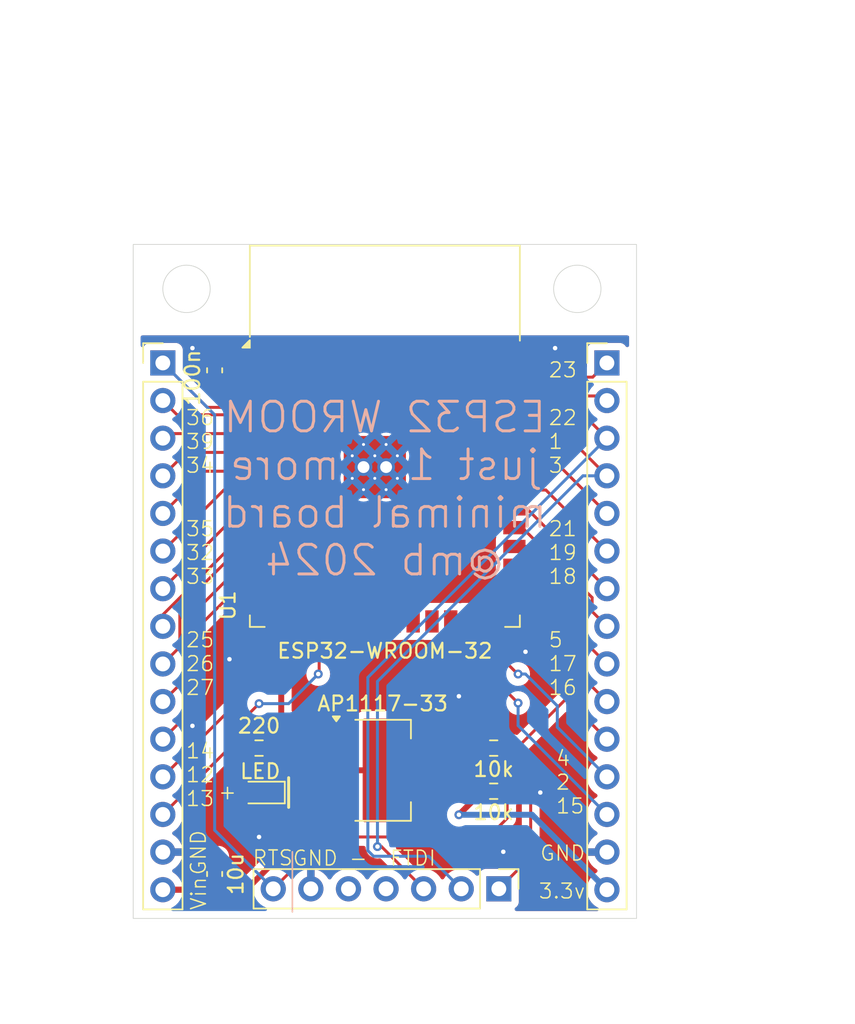
<source format=kicad_pcb>
(kicad_pcb (version 20240108) (generator "pcbnew") (generator_version "8.0")
  (layers (0 "F.Cu" signal) (31 "B.Cu" signal) (34 "B.Paste" user) (35 "F.Paste" user) (36 "B.SilkS" user "B.Silkscreen") (37 "F.SilkS" user "F.Silkscreen") (38 "B.Mask" user) (39 "F.Mask" user) (44 "Edge.Cuts" user))
  (net 0 "")
  (net 10 "GND")
  (net 11 "+3.3V")
  (net 12 "VDD")
  (net 13 "/IO34")
  (net 14 "/EN")
  (net 15 "/IO39")
  (net 16 "/IO26")
  (net 17 "/IO32")
  (net 18 "/IO14")
  (net 19 "/IO35")
  (net 20 "/IO27")
  (net 21 "/IO13")
  (net 22 "/IO36")
  (net 23 "/IO12")
  (net 24 "/IO33")
  (net 25 "/IO25")
  (net 26 "/IO3")
  (net 27 "/IO0")
  (net 28 "/IO1")
  (net 29 "/IO5")
  (net 30 "/IO22")
  (net 31 "/IO19")
  (net 32 "/IO18")
  (net 33 "/IO4")
  (net 34 "/IO2")
  (net 35 "/IO16")
  (net 36 "/IO17")
  (net 37 "/IO21")
  (net 38 "/IO23")
  (net 39 "/IO15")
  (net 40 "Net-(D1-A)")
  (footprint "Package_TO_SOT_SMD:SOT-223-3_TabPin2" (layer "F.Cu") (at 89.85 127.5)
    (property "Reference" "U2" (hide yes))
    (property "Value" "AP1117-33" (at 0 -4.5 0) (layer "F.SilkS"))
    (fp_line (start -1.85 -3.41) (end 1.91 -3.41) (stroke (width 0.12)) (layer "F.SilkS"))
    (fp_line (start -1.85 3.41) (end 1.91 3.41) (stroke (width 0.12)) (layer "F.SilkS"))
    (fp_line (start 1.91 -3.41) (end 1.91 -2.15) (stroke (width 0.12)) (layer "F.SilkS"))
    (fp_line (start 1.91 3.41) (end 1.91 2.15) (stroke (width 0.12)) (layer "F.SilkS"))
    (fp_poly (pts (xy -3.13 -3.31) (xy -3.37 -3.64) (xy -2.89 -3.64) (xy -3.13 -3.31)) (stroke (width 0.12)) (fill solid) (layer "F.SilkS"))
    (pad "1" smd roundrect (at -3.15 -2.3) (size 2 1.5) (layers "F.Cu" "F.Paste" "F.Mask") (net 10 "GND"))
    (pad "2" smd roundrect (at -3.15 0) (size 2 1.5) (layers "F.Cu" "F.Paste" "F.Mask") (net 11 "+3.3V"))
    (pad "2" smd roundrect (at 3.15 0) (size 2 3.8) (layers "F.Cu" "F.Paste" "F.Mask") (net 11 "+3.3V"))
    (pad "3" smd roundrect (at -3.15 2.3) (size 2 1.5) (layers "F.Cu" "F.Paste" "F.Mask") (net 12 "VDD"))
  )
  (footprint "RF_Module:ESP32-WROOM-32" (layer "F.Cu") (at 90 107.94)
    (property "Reference" "U1" (at -10.61 8.43 90) (layer "F.SilkS"))
    (property "Value" "ESP32-WROOM-32" (at 0 11.5 0) (layer "F.SilkS"))
    (fp_line (start -9.12 -15.86) (end -9.12 -9.7) (stroke (width 0.12)) (layer "F.SilkS"))
    (fp_line (start -9.12 -15.86) (end 9.12 -15.86) (stroke (width 0.12)) (layer "F.SilkS"))
    (fp_line (start -9.12 9.1) (end -9.12 9.88) (stroke (width 0.12)) (layer "F.SilkS"))
    (fp_line (start -9.12 9.88) (end -8.12 9.88) (stroke (width 0.12)) (layer "F.SilkS"))
    (fp_line (start 9.12 -15.86) (end 9.12 -9.445) (stroke (width 0.12)) (layer "F.SilkS"))
    (fp_line (start 9.12 9.1) (end 9.12 9.88) (stroke (width 0.12)) (layer "F.SilkS"))
    (fp_line (start 9.12 9.88) (end 8.12 9.88) (stroke (width 0.12)) (layer "F.SilkS"))
    (fp_poly (pts (xy -9.125 -8.975) (xy -9.625 -8.975) (xy -9.125 -9.475) (xy -9.125 -8.975)) (stroke (width 0.12)) (fill solid) (layer "F.SilkS"))
    (pad "1" smd rect (at -8.75 -8.25) (size 1.5 0.9) (layers "F.Cu" "F.Paste" "F.Mask") (net 10 "GND"))
    (pad "2" smd rect (at -8.75 -6.98) (size 1.5 0.9) (layers "F.Cu" "F.Paste" "F.Mask") (net 11 "+3.3V"))
    (pad "3" smd rect (at -8.75 -5.71) (size 1.5 0.9) (layers "F.Cu" "F.Paste" "F.Mask") (net 14 "/EN"))
    (pad "4" smd rect (at -8.75 -4.44) (size 1.5 0.9) (layers "F.Cu" "F.Paste" "F.Mask") (net 22 "/IO36"))
    (pad "5" smd rect (at -8.75 -3.17) (size 1.5 0.9) (layers "F.Cu" "F.Paste" "F.Mask") (net 15 "/IO39"))
    (pad "6" smd rect (at -8.75 -1.9) (size 1.5 0.9) (layers "F.Cu" "F.Paste" "F.Mask") (net 13 "/IO34"))
    (pad "7" smd rect (at -8.75 -0.63) (size 1.5 0.9) (layers "F.Cu" "F.Paste" "F.Mask") (net 19 "/IO35"))
    (pad "8" smd rect (at -8.75 0.64) (size 1.5 0.9) (layers "F.Cu" "F.Paste" "F.Mask") (net 17 "/IO32"))
    (pad "9" smd rect (at -8.75 1.91) (size 1.5 0.9) (layers "F.Cu" "F.Paste" "F.Mask") (net 24 "/IO33"))
    (pad "10" smd rect (at -8.75 3.18) (size 1.5 0.9) (layers "F.Cu" "F.Paste" "F.Mask") (net 25 "/IO25"))
    (pad "11" smd rect (at -8.75 4.45) (size 1.5 0.9) (layers "F.Cu" "F.Paste" "F.Mask") (net 16 "/IO26"))
    (pad "12" smd rect (at -8.75 5.72) (size 1.5 0.9) (layers "F.Cu" "F.Paste" "F.Mask") (net 20 "/IO27"))
    (pad "13" smd rect (at -8.75 6.99) (size 1.5 0.9) (layers "F.Cu" "F.Paste" "F.Mask") (net 18 "/IO14"))
    (pad "14" smd rect (at -8.75 8.26) (size 1.5 0.9) (layers "F.Cu" "F.Paste" "F.Mask") (net 23 "/IO12"))
    (pad "15" smd rect (at -5.71 9.51 90) (size 1.5 0.9) (layers "F.Cu" "F.Paste" "F.Mask") (net 10 "GND"))
    (pad "16" smd rect (at -4.44 9.51 90) (size 1.5 0.9) (layers "F.Cu" "F.Paste" "F.Mask") (net 21 "/IO13"))
    (pad "17" smd rect (at -3.17 9.51 90) (size 1.5 0.9) (layers "F.Cu" "F.Paste" "F.Mask"))
    (pad "18" smd rect (at -1.9 9.51 90) (size 1.5 0.9) (layers "F.Cu" "F.Paste" "F.Mask"))
    (pad "19" smd rect (at -0.63 9.51 90) (size 1.5 0.9) (layers "F.Cu" "F.Paste" "F.Mask"))
    (pad "20" smd rect (at 0.64 9.51 90) (size 1.5 0.9) (layers "F.Cu" "F.Paste" "F.Mask"))
    (pad "21" smd rect (at 1.91 9.51 90) (size 1.5 0.9) (layers "F.Cu" "F.Paste" "F.Mask"))
    (pad "22" smd rect (at 3.18 9.51 90) (size 1.5 0.9) (layers "F.Cu" "F.Paste" "F.Mask"))
    (pad "23" smd rect (at 4.45 9.51 90) (size 1.5 0.9) (layers "F.Cu" "F.Paste" "F.Mask") (net 39 "/IO15"))
    (pad "24" smd rect (at 5.72 9.51 90) (size 1.5 0.9) (layers "F.Cu" "F.Paste" "F.Mask") (net 34 "/IO2"))
    (pad "25" smd rect (at 8.75 8.26) (size 1.5 0.9) (layers "F.Cu" "F.Paste" "F.Mask") (net 27 "/IO0"))
    (pad "26" smd rect (at 8.75 6.99) (size 1.5 0.9) (layers "F.Cu" "F.Paste" "F.Mask") (net 33 "/IO4"))
    (pad "27" smd rect (at 8.75 5.72) (size 1.5 0.9) (layers "F.Cu" "F.Paste" "F.Mask") (net 35 "/IO16"))
    (pad "28" smd rect (at 8.75 4.45) (size 1.5 0.9) (layers "F.Cu" "F.Paste" "F.Mask") (net 36 "/IO17"))
    (pad "29" smd rect (at 8.75 3.18) (size 1.5 0.9) (layers "F.Cu" "F.Paste" "F.Mask") (net 29 "/IO5"))
    (pad "30" smd rect (at 8.75 1.91) (size 1.5 0.9) (layers "F.Cu" "F.Paste" "F.Mask") (net 32 "/IO18"))
    (pad "31" smd rect (at 8.75 0.64) (size 1.5 0.9) (layers "F.Cu" "F.Paste" "F.Mask") (net 31 "/IO19"))
    (pad "32" smd rect (at 8.75 -0.63) (size 1.5 0.9) (layers "F.Cu" "F.Paste" "F.Mask"))
    (pad "33" smd rect (at 8.75 -1.9) (size 1.5 0.9) (layers "F.Cu" "F.Paste" "F.Mask") (net 37 "/IO21"))
    (pad "34" smd rect (at 8.75 -3.17) (size 1.5 0.9) (layers "F.Cu" "F.Paste" "F.Mask") (net 26 "/IO3"))
    (pad "35" smd rect (at 8.75 -4.44) (size 1.5 0.9) (layers "F.Cu" "F.Paste" "F.Mask") (net 28 "/IO1"))
    (pad "36" smd rect (at 8.75 -5.71) (size 1.5 0.9) (layers "F.Cu" "F.Paste" "F.Mask") (net 30 "/IO22"))
    (pad "37" smd rect (at 8.75 -6.98) (size 1.5 0.9) (layers "F.Cu" "F.Paste" "F.Mask") (net 38 "/IO23"))
    (pad "38" smd rect (at 8.75 -8.25) (size 1.5 0.9) (layers "F.Cu" "F.Paste" "F.Mask") (net 10 "GND"))
    (pad "39" smd rect (at -2.205 -2.435) (size 1.05 1.05) (layers "F.Cu" "F.Paste") (net 10 "GND"))
    (pad "39" thru_hole circle (at -2.205 -1.6725) (size 0.6 0.6) (drill 0.2) (property pad_prop_heatsink) (layers "*.Cu" "F.Mask") (net 10 "GND"))
    (pad "39" smd rect (at -2.205 -0.91) (size 1.05 1.05) (layers "F.Cu" "F.Paste") (net 10 "GND"))
    (pad "39" thru_hole circle (at -2.205 -0.1475) (size 0.6 0.6) (drill 0.2) (property pad_prop_heatsink) (layers "*.Cu" "F.Mask") (net 10 "GND"))
    (pad "39" smd rect (at -2.205 0.615) (size 1.05 1.05) (layers "F.Cu" "F.Paste") (net 10 "GND"))
    (pad "39" thru_hole circle (at -1.4425 -2.435) (size 0.6 0.6) (drill 0.2) (property pad_prop_heatsink) (layers "*.Cu" "F.Mask") (net 10 "GND"))
    (pad "39" thru_hole circle (at -1.4425 -0.91) (size 1.2 1.2) (drill 0.8) (property pad_prop_heatsink) (layers "*.Cu" "*.Mask") (net 10 "GND"))
    (pad "39" thru_hole circle (at -1.4425 0.615) (size 0.6 0.6) (drill 0.2) (property pad_prop_heatsink) (layers "*.Cu" "F.Mask") (net 10 "GND"))
    (pad "39" smd rect (at -0.68 -2.435) (size 1.05 1.05) (layers "F.Cu" "F.Paste") (net 10 "GND"))
    (pad "39" thru_hole circle (at -0.68 -1.6725) (size 0.6 0.6) (drill 0.2) (property pad_prop_heatsink) (layers "*.Cu" "F.Mask") (net 10 "GND"))
    (pad "39" smd rect (at -0.68 -0.91) (size 1.05 1.05) (layers "F.Cu" "F.Paste") (net 10 "GND"))
    (pad "39" smd rect (at -0.68 -0.91) (size 4.2 4.2) (layers "F.Cu" "F.Mask") (net 10 "GND"))
    (pad "39" thru_hole circle (at -0.68 -0.1475) (size 0.6 0.6) (drill 0.2) (property pad_prop_heatsink) (layers "*.Cu" "F.Mask") (net 10 "GND"))
    (pad "39" smd rect (at -0.68 0.615) (size 1.05 1.05) (layers "F.Cu" "F.Paste") (net 10 "GND"))
    (pad "39" thru_hole circle (at 0.0825 -2.435) (size 0.6 0.6) (drill 0.2) (property pad_prop_heatsink) (layers "*.Cu" "F.Mask") (net 10 "GND"))
    (pad "39" thru_hole circle (at 0.0825 -0.91) (size 1.2 1.2) (drill 0.8) (property pad_prop_heatsink) (layers "*.Cu" "*.Mask") (net 10 "GND"))
    (pad "39" thru_hole circle (at 0.0825 0.615) (size 0.6 0.6) (drill 0.2) (property pad_prop_heatsink) (layers "*.Cu" "F.Mask") (net 10 "GND"))
    (pad "39" smd rect (at 0.845 -2.435) (size 1.05 1.05) (layers "F.Cu" "F.Paste") (net 10 "GND"))
    (pad "39" thru_hole circle (at 0.845 -1.6725) (size 0.6 0.6) (drill 0.2) (property pad_prop_heatsink) (layers "*.Cu" "F.Mask") (net 10 "GND"))
    (pad "39" smd rect (at 0.845 -0.91) (size 1.05 1.05) (layers "F.Cu" "F.Paste") (net 10 "GND"))
    (pad "39" thru_hole circle (at 0.845 -0.1475) (size 0.6 0.6) (drill 0.2) (property pad_prop_heatsink) (layers "*.Cu" "F.Mask") (net 10 "GND"))
    (pad "39" smd rect (at 0.845 0.615) (size 1.05 1.05) (layers "F.Cu" "F.Paste") (net 10 "GND"))
    (zone (net 0) (net_name "") (layers "F.Cu" "In1.Cu" "B.Cu") (connect_pads (clearance 0)) (min_thickness 0.254)
      (keepout (tracks not_allowed) (vias not_allowed) (pads not_allowed) (copperpour not_allowed) (footprints not_allowed))
      (fill (thermal_gap 0.508) (thermal_bridge_width 0.508))
      (polygon (pts (xy 66 98.14) (xy 114 98.14) (xy 114 77.2) (xy 66 77.2)))
    )
  )
  (footprint "Resistor_SMD:R_0603_1608Metric_Pad0.98x0.95mm_HandSolder" (layer "F.Cu") (at 97.35 128.9125)
    (property "Reference" "R1" (hide yes))
    (property "Value" "10k" (at 0 1.43 0) (layer "F.SilkS"))
    (fp_line (start -0.254724 -0.5225) (end 0.254724 -0.5225) (stroke (width 0.12)) (layer "F.SilkS"))
    (fp_line (start -0.254724 0.5225) (end 0.254724 0.5225) (stroke (width 0.12)) (layer "F.SilkS"))
    (pad "1" smd roundrect (at -0.9125 0) (size 0.975 0.95) (layers "F.Cu" "F.Paste" "F.Mask") (net 11 "+3.3V"))
    (pad "2" smd roundrect (at 0.9125 0) (size 0.975 0.95) (layers "F.Cu" "F.Paste" "F.Mask") (net 14 "/EN"))
  )
  (footprint "Connector_PinHeader_2.54mm:PinHeader_1x15_P2.54mm_Vertical" (layer "F.Cu") (at 105 100)
    (property "Reference" "J3" (hide yes))
    (property "Value" "Left")
    (fp_line (start -1.33 -1.33) (end 0 -1.33) (stroke (width 0.12)) (layer "F.SilkS"))
    (fp_line (start -1.33 0) (end -1.33 -1.33) (stroke (width 0.12)) (layer "F.SilkS"))
    (fp_line (start -1.33 1.27) (end -1.33 36.89) (stroke (width 0.12)) (layer "F.SilkS"))
    (fp_line (start -1.33 1.27) (end 1.33 1.27) (stroke (width 0.12)) (layer "F.SilkS"))
    (fp_line (start -1.33 36.89) (end 1.33 36.89) (stroke (width 0.12)) (layer "F.SilkS"))
    (fp_line (start 1.33 1.27) (end 1.33 36.89) (stroke (width 0.12)) (layer "F.SilkS"))
    (pad "1" thru_hole rect (at 0 0) (size 1.7 1.7) (drill 1) (layers "*.Cu" "*.Mask") (net 38 "/IO23"))
    (pad "2" thru_hole oval (at 0 2.54) (size 1.7 1.7) (drill 1) (layers "*.Cu" "*.Mask") (net 30 "/IO22"))
    (pad "3" thru_hole oval (at 0 5.08) (size 1.7 1.7) (drill 1) (layers "*.Cu" "*.Mask") (net 28 "/IO1"))
    (pad "4" thru_hole oval (at 0 7.62) (size 1.7 1.7) (drill 1) (layers "*.Cu" "*.Mask") (net 26 "/IO3"))
    (pad "5" thru_hole oval (at 0 10.16) (size 1.7 1.7) (drill 1) (layers "*.Cu" "*.Mask") (net 37 "/IO21"))
    (pad "6" thru_hole oval (at 0 12.7) (size 1.7 1.7) (drill 1) (layers "*.Cu" "*.Mask") (net 31 "/IO19"))
    (pad "7" thru_hole oval (at 0 15.24) (size 1.7 1.7) (drill 1) (layers "*.Cu" "*.Mask") (net 32 "/IO18"))
    (pad "8" thru_hole oval (at 0 17.78) (size 1.7 1.7) (drill 1) (layers "*.Cu" "*.Mask") (net 29 "/IO5"))
    (pad "9" thru_hole oval (at 0 20.32) (size 1.7 1.7) (drill 1) (layers "*.Cu" "*.Mask") (net 36 "/IO17"))
    (pad "10" thru_hole oval (at 0 22.86) (size 1.7 1.7) (drill 1) (layers "*.Cu" "*.Mask") (net 35 "/IO16"))
    (pad "11" thru_hole oval (at 0 25.4) (size 1.7 1.7) (drill 1) (layers "*.Cu" "*.Mask") (net 33 "/IO4"))
    (pad "12" thru_hole oval (at 0 27.94) (size 1.7 1.7) (drill 1) (layers "*.Cu" "*.Mask") (net 34 "/IO2"))
    (pad "13" thru_hole oval (at 0 30.48) (size 1.7 1.7) (drill 1) (layers "*.Cu" "*.Mask") (net 39 "/IO15"))
    (pad "14" thru_hole oval (at 0 33.02) (size 1.7 1.7) (drill 1) (layers "*.Cu" "*.Mask") (net 10 "GND"))
    (pad "15" thru_hole oval (at 0 35.56) (size 1.7 1.7) (drill 1) (layers "*.Cu" "*.Mask") (net 11 "+3.3V"))
  )
  (footprint "Capacitor_SMD:C_0603_1608Metric_Pad1.08x0.95mm_HandSolder" (layer "F.Cu") (at 78.5 100.5 90)
    (property "Reference" "C2" (hide yes))
    (property "Value" "100n" (at -0.5 -1.5 -90) (layer "F.SilkS"))
    (fp_line (start -0.146267 -0.51) (end 0.146267 -0.51) (stroke (width 0.12)) (layer "F.SilkS"))
    (fp_line (start -0.146267 0.51) (end 0.146267 0.51) (stroke (width 0.12)) (layer "F.SilkS"))
    (pad "1" smd roundrect (at -0.8625 0 90) (size 1.075 0.95) (layers "F.Cu" "F.Paste" "F.Mask") (net 11 "+3.3V"))
    (pad "2" smd roundrect (at 0.8625 0 90) (size 1.075 0.95) (layers "F.Cu" "F.Paste" "F.Mask") (net 10 "GND"))
  )
  (footprint "Resistor_SMD:R_0603_1608Metric_Pad0.98x0.95mm_HandSolder" (layer "F.Cu") (at 81.5 126)
    (property "Reference" "R3" (hide yes))
    (property "Value" "220" (at 0 -1.5 0) (layer "F.SilkS"))
    (fp_line (start -0.254724 -0.5225) (end 0.254724 -0.5225) (stroke (width 0.12)) (layer "F.SilkS"))
    (fp_line (start -0.254724 0.5225) (end 0.254724 0.5225) (stroke (width 0.12)) (layer "F.SilkS"))
    (pad "1" smd roundrect (at -0.9125 0) (size 0.975 0.95) (layers "F.Cu" "F.Paste" "F.Mask") (net 21 "/IO13"))
    (pad "2" smd roundrect (at 0.9125 0) (size 0.975 0.95) (layers "F.Cu" "F.Paste" "F.Mask") (net 40 "Net-(D1-A)"))
  )
  (footprint "Connector_PinHeader_2.54mm:PinHeader_1x15_P2.54mm_Vertical" (layer "F.Cu") (at 75 100)
    (property "Reference" "J2" (hide yes))
    (property "Value" "Left")
    (fp_line (start -1.33 -1.33) (end 0 -1.33) (stroke (width 0.12)) (layer "F.SilkS"))
    (fp_line (start -1.33 0) (end -1.33 -1.33) (stroke (width 0.12)) (layer "F.SilkS"))
    (fp_line (start -1.33 1.27) (end -1.33 36.89) (stroke (width 0.12)) (layer "F.SilkS"))
    (fp_line (start -1.33 1.27) (end 1.33 1.27) (stroke (width 0.12)) (layer "F.SilkS"))
    (fp_line (start -1.33 36.89) (end 1.33 36.89) (stroke (width 0.12)) (layer "F.SilkS"))
    (fp_line (start 1.33 1.27) (end 1.33 36.89) (stroke (width 0.12)) (layer "F.SilkS"))
    (pad "1" thru_hole rect (at 0 0) (size 1.7 1.7) (drill 1) (layers "*.Cu" "*.Mask") (net 14 "/EN"))
    (pad "2" thru_hole oval (at 0 2.54) (size 1.7 1.7) (drill 1) (layers "*.Cu" "*.Mask") (net 22 "/IO36"))
    (pad "3" thru_hole oval (at 0 5.08) (size 1.7 1.7) (drill 1) (layers "*.Cu" "*.Mask") (net 15 "/IO39"))
    (pad "4" thru_hole oval (at 0 7.62) (size 1.7 1.7) (drill 1) (layers "*.Cu" "*.Mask") (net 13 "/IO34"))
    (pad "5" thru_hole oval (at 0 10.16) (size 1.7 1.7) (drill 1) (layers "*.Cu" "*.Mask") (net 19 "/IO35"))
    (pad "6" thru_hole oval (at 0 12.7) (size 1.7 1.7) (drill 1) (layers "*.Cu" "*.Mask") (net 17 "/IO32"))
    (pad "7" thru_hole oval (at 0 15.24) (size 1.7 1.7) (drill 1) (layers "*.Cu" "*.Mask") (net 24 "/IO33"))
    (pad "8" thru_hole oval (at 0 17.78) (size 1.7 1.7) (drill 1) (layers "*.Cu" "*.Mask") (net 25 "/IO25"))
    (pad "9" thru_hole oval (at 0 20.32) (size 1.7 1.7) (drill 1) (layers "*.Cu" "*.Mask") (net 16 "/IO26"))
    (pad "10" thru_hole oval (at 0 22.86) (size 1.7 1.7) (drill 1) (layers "*.Cu" "*.Mask") (net 20 "/IO27"))
    (pad "11" thru_hole oval (at 0 25.4) (size 1.7 1.7) (drill 1) (layers "*.Cu" "*.Mask") (net 18 "/IO14"))
    (pad "12" thru_hole oval (at 0 27.94) (size 1.7 1.7) (drill 1) (layers "*.Cu" "*.Mask") (net 23 "/IO12"))
    (pad "13" thru_hole oval (at 0 30.48) (size 1.7 1.7) (drill 1) (layers "*.Cu" "*.Mask") (net 21 "/IO13"))
    (pad "14" thru_hole oval (at 0 33.02) (size 1.7 1.7) (drill 1) (layers "*.Cu" "*.Mask") (net 10 "GND"))
    (pad "15" thru_hole oval (at 0 35.56) (size 1.7 1.7) (drill 1) (layers "*.Cu" "*.Mask") (net 12 "VDD"))
  )
  (footprint "Connector_PinHeader_2.54mm:PinHeader_1x07_P2.54mm_Vertical" (layer "F.Cu") (at 97.7 135.5 -90)
    (property "Reference" "J1" (hide yes))
    (property "Value" "GND -  FTDI" (hide yes))
    (fp_line (start -1.33 16.57) (end 1.33 16.57) (stroke (width 0.12)) (layer "F.SilkS"))
    (fp_line (start -1.33 1.27) (end -1.33 16.57) (stroke (width 0.12)) (layer "F.SilkS"))
    (fp_line (start -1.33 1.27) (end 1.33 1.27) (stroke (width 0.12)) (layer "F.SilkS"))
    (fp_line (start 1.33 1.27) (end 1.33 16.57) (stroke (width 0.12)) (layer "F.SilkS"))
    (fp_line (start -1.33 0) (end -1.33 -1.33) (stroke (width 0.12)) (layer "F.SilkS"))
    (fp_line (start -1.33 -1.33) (end 0 -1.33) (stroke (width 0.12)) (layer "F.SilkS"))
    (pad "1" thru_hole rect (at 0 0 270) (size 1.7 1.7) (drill 1) (layers "*.Cu" "*.Mask") (net 27 "/IO0"))
    (pad "2" thru_hole oval (at 0 2.54 270) (size 1.7 1.7) (drill 1) (layers "*.Cu" "*.Mask") (net 28 "/IO1"))
    (pad "3" thru_hole oval (at 0 5.08 270) (size 1.7 1.7) (drill 1) (layers "*.Cu" "*.Mask") (net 26 "/IO3"))
    (pad "4" thru_hole oval (at 0 7.62 270) (size 1.7 1.7) (drill 1) (layers "*.Cu" "*.Mask"))
    (pad "5" thru_hole oval (at 0 10.16 270) (size 1.7 1.7) (drill 1) (layers "*.Cu" "*.Mask"))
    (pad "6" thru_hole oval (at 0 12.7 270) (size 1.7 1.7) (drill 1) (layers "*.Cu" "*.Mask") (net 10 "GND"))
    (pad "7" thru_hole oval (at 0 15.24 270) (size 1.7 1.7) (drill 1) (layers "*.Cu" "*.Mask") (net 14 "/EN"))
  )
  (footprint "LED_SMD:LED_0603_1608Metric_Pad1.05x0.95mm_HandSolder" (layer "F.Cu") (at 81.58 129 180)
    (property "Reference" "D1" (hide yes))
    (property "Value" "LED" (at 0 1.43 180) (layer "F.SilkS"))
    (fp_line (start 0.8 -0.735) (end -1.66 -0.735) (stroke (width 0.12)) (layer "F.SilkS"))
    (fp_line (start -1.66 0.735) (end 0.8 0.735) (stroke (width 0.12)) (layer "F.SilkS"))
    (fp_line (start -1.66 -0.735) (end -1.66 0.735) (stroke (width 0.12)) (layer "F.SilkS"))
    (pad "1" smd roundrect (at -0.875 0 180) (size 1.05 0.95) (layers "F.Cu" "F.Paste" "F.Mask") (net 10 "GND"))
    (pad "2" smd roundrect (at 0.875 0 180) (size 1.05 0.95) (layers "F.Cu" "F.Paste" "F.Mask") (net 40 "Net-(D1-A)"))
  )
  (footprint "Resistor_SMD:R_0603_1608Metric_Pad0.98x0.95mm_HandSolder" (layer "F.Cu") (at 97.35 126)
    (property "Reference" "R2" (hide yes))
    (property "Value" "10k" (at 0 1.43 0) (layer "F.SilkS"))
    (fp_line (start -0.254724 -0.5225) (end 0.254724 -0.5225) (stroke (width 0.12)) (layer "F.SilkS"))
    (fp_line (start -0.254724 0.5225) (end 0.254724 0.5225) (stroke (width 0.12)) (layer "F.SilkS"))
    (pad "1" smd roundrect (at -0.9125 0) (size 0.975 0.95) (layers "F.Cu" "F.Paste" "F.Mask") (net 11 "+3.3V"))
    (pad "2" smd roundrect (at 0.9125 0) (size 0.975 0.95) (layers "F.Cu" "F.Paste" "F.Mask") (net 27 "/IO0"))
  )
  (footprint "Capacitor_SMD:C_0603_1608Metric_Pad1.08x0.95mm_HandSolder" (layer "F.Cu") (at 78.5 134.5 90)
    (property "Reference" "C1" (hide yes))
    (property "Value" "10u" (at 0 1.43 -90) (layer "F.SilkS"))
    (fp_line (start -0.146267 -0.51) (end 0.146267 -0.51) (stroke (width 0.12)) (layer "F.SilkS"))
    (fp_line (start -0.146267 0.51) (end 0.146267 0.51) (stroke (width 0.12)) (layer "F.SilkS"))
    (pad "1" smd roundrect (at -0.8625 0 90) (size 1.075 0.95) (layers "F.Cu" "F.Paste" "F.Mask") (net 12 "VDD"))
    (pad "2" smd roundrect (at 0.8625 0 90) (size 1.075 0.95) (layers "F.Cu" "F.Paste" "F.Mask") (net 10 "GND"))
  )
  (gr_line (start 83.752671 137.055381) (end 83.752671 133) (stroke (width 0.1)) (layer "B.SilkS"))
  (gr_line (start 83.752671 137.055381) (end 83.752671 133) (stroke (width 0.1)) (layer "F.SilkS"))
  (gr_line (start 83.5 128) (end 83.5 130) (stroke (width 0.2)) (layer "F.SilkS"))
  (gr_circle (center 76.6 95) (end 78.2 95) (stroke (width 0.05)) (fill none) (layer "Edge.Cuts"))
  (gr_circle (center 103 95) (end 104.6 95) (stroke (width 0.05)) (fill none) (layer "Edge.Cuts"))
  (gr_rect (start 73 92) (end 107 137.5) (stroke (width 0.05)) (fill none) (layer "Edge.Cuts"))
  (gr_text "ESP32 WROOM\njust 1   more\nminimal board\n@mb 2024" (at 90 114.5 0) (layer "B.SilkS") (effects (font (size 2 2) (thickness 0.2)) (justify bottom mirror)))
  (gr_text "Vin" (at 78 137 90) (layer "F.SilkS") (effects (font (size 1 1) (thickness 0.1)) (justify left bottom)))
  (gr_text "36\n39\n34" (at 76.5 107.5 0) (layer "F.SilkS") (effects (font (size 1 1) (thickness 0.1)) (justify left bottom)))
  (gr_text "23\n\n22\n1\n3" (at 101 107.5 0) (layer "F.SilkS") (effects (font (size 1 1) (thickness 0.1)) (justify left bottom)))
  (gr_text "GND" (at 77.99 134.646267 90) (layer "F.SilkS") (effects (font (size 1 1) (thickness 0.1)) (justify left bottom)))
  (gr_text "GND -  FTDI" (at 83.709935 134.017286 0) (layer "F.SilkS") (effects (font (size 1 1) (thickness 0.1)) (justify left bottom)))
  (gr_text "RTS" (at 81 134 0) (layer "F.SilkS") (effects (font (size 1 1) (thickness 0.1)) (justify left bottom)))
  (gr_text "35\n32\n33" (at 76.5 115 0) (layer "F.SilkS") (effects (font (size 1 1) (thickness 0.1)) (justify left bottom)))
  (gr_text "3.3v" (at 100.326465 136.241984 0) (layer "F.SilkS") (effects (font (size 1 1) (thickness 0.1)) (justify left bottom)))
  (gr_text "4\n2\n15" (at 101.5 130.5 0) (layer "F.SilkS") (effects (font (size 1 1) (thickness 0.1)) (justify left bottom)))
  (gr_text "+" (at 78.68416 129.543244 0) (layer "F.SilkS") (effects (font (size 1 1) (thickness 0.1)) (justify left bottom)))
  (gr_text "14\n12\n13" (at 76.5 130 0) (layer "F.SilkS") (effects (font (size 1 1) (thickness 0.1)) (justify left bottom)))
  (gr_text "GND" (at 100.421217 133.683683 0) (layer "F.SilkS") (effects (font (size 1 1) (thickness 0.1)) (justify left bottom)))
  (gr_text "25\n26\n27" (at 76.5 122.5 0) (layer "F.SilkS") (effects (font (size 1 1) (thickness 0.1)) (justify left bottom)))
  (gr_text "21\n19\n18" (at 101 115 0) (layer "F.SilkS") (effects (font (size 1 1) (thickness 0.1)) (justify left bottom)))
  (gr_text "5\n17\n16" (at 101 122.5 0) (layer "F.SilkS") (effects (font (size 1 1) (thickness 0.1)) (justify left bottom)))
  (via (at 81.5 132) (size 0.6) (drill 0.3) (layers "F.Cu" "B.Cu") (net 10))
  (via (at 98 133) (size 0.6) (drill 0.3) (layers "F.Cu" "B.Cu") (net 10))
  (via (at 77 124.5) (size 0.6) (drill 0.3) (layers "F.Cu" "B.Cu") (net 10))
  (via (at 100.5 129) (size 0.6) (drill 0.3) (layers "F.Cu" "B.Cu") (net 10))
  (via (at 77 99) (size 0.6) (drill 0.3) (layers "F.Cu" "B.Cu") (net 10))
  (via (at 101.5 99) (size 0.6) (drill 0.3) (layers "F.Cu" "B.Cu") (net 10))
  (via (at 99.5 119.5) (size 0.6) (drill 0.3) (layers "F.Cu" "B.Cu") (net 10))
  (via (at 79.5 120) (size 0.6) (drill 0.3) (layers "F.Cu" "B.Cu") (net 10))
  (via (at 95 122.5) (size 0.6) (drill 0.3) (layers "F.Cu" "B.Cu") (net 10))
  (segment (start 86.7 127.5) (end 83 123.8) (width 0.4) (layer "F.Cu") (net 11))
  (segment (start 81.25 100.96) (end 78.9025 100.96) (width 0.4) (layer "F.Cu") (net 11))
  (segment (start 83 123.8) (end 83 101.56) (width 0.4) (layer "F.Cu") (net 11))
  (segment (start 83 101.56) (end 82.4 100.96) (width 0.4) (layer "F.Cu") (net 11))
  (segment (start 93 127.5) (end 94.5 126) (width 0.4) (layer "F.Cu") (net 11))
  (segment (start 82.4 100.96) (end 81.25 100.96) (width 0.4) (layer "F.Cu") (net 11))
  (segment (start 94.5 126) (end 96.4375 126) (width 0.4) (layer "F.Cu") (net 11))
  (segment (start 96.4375 128.9125) (end 96.4375 129.0625) (width 0.4) (layer "F.Cu") (net 11))
  (segment (start 94.4125 128.9125) (end 96.4375 128.9125) (width 0.4) (layer "F.Cu") (net 11))
  (segment (start 86.7 127.5) (end 93 127.5) (width 0.4) (layer "F.Cu") (net 11))
  (segment (start 78.9025 100.96) (end 78.5 101.3625) (width 0.4) (layer "F.Cu") (net 11))
  (segment (start 93 127.5) (end 94.4125 128.9125) (width 0.4) (layer "F.Cu") (net 11))
  (segment (start 96.4375 129.0625) (end 95 130.5) (width 0.4) (layer "F.Cu") (net 11))
  (via (at 95 130.5) (size 0.6) (drill 0.3) (layers "F.Cu" "B.Cu") (net 11))
  (segment (start 95 130.5) (end 99.94 130.5) (width 0.4) (layer "B.Cu") (net 11))
  (segment (start 99.94 130.5) (end 105 135.56) (width 0.4) (layer "B.Cu") (net 11))
  (segment (start 86.392233 129.8) (end 86.7 129.8) (width 0.4) (layer "F.Cu") (net 12))
  (segment (start 80.632233 135.56) (end 86.392233 129.8) (width 0.4) (layer "F.Cu") (net 12))
  (segment (start 78.3025 135.56) (end 78.5 135.3625) (width 0.4) (layer "F.Cu") (net 12))
  (segment (start 75 135.56) (end 80.632233 135.56) (width 0.4) (layer "F.Cu") (net 12))
  (segment (start 75 135.56) (end 78.3025 135.56) (width 0.4) (layer "F.Cu") (net 12))
  (segment (start 76.58 106.04) (end 75 107.62) (width 0.2) (layer "F.Cu") (net 13))
  (segment (start 81.25 106.04) (end 76.58 106.04) (width 0.2) (layer "F.Cu") (net 13))
  (segment (start 98.2625 130.7375) (end 98.2625 128.9125) (width 0.2) (layer "F.Cu") (net 14))
  (segment (start 82.46 135.5) (end 85.96 132) (width 0.2) (layer "F.Cu") (net 14))
  (segment (start 75 100) (end 78 103) (width 0.2) (layer "F.Cu") (net 14))
  (segment (start 80.77 102.23) (end 81.25 102.23) (width 0.2) (layer "F.Cu") (net 14))
  (segment (start 80 103) (end 80.77 102.23) (width 0.2) (layer "F.Cu") (net 14))
  (segment (start 85.96 132) (end 97 132) (width 0.2) (layer "F.Cu") (net 14))
  (segment (start 78 103) (end 80 103) (width 0.2) (layer "F.Cu") (net 14))
  (segment (start 97 132) (end 98.2625 130.7375) (width 0.2) (layer "F.Cu") (net 14))
  (segment (start 75 100) (end 78.5 103.5) (width 0.2) (layer "B.Cu") (net 14))
  (segment (start 78.5 131.54) (end 82.46 135.5) (width 0.2) (layer "B.Cu") (net 14))
  (segment (start 78.5 103.5) (end 78.5 131.54) (width 0.2) (layer "B.Cu") (net 14))
  (segment (start 81.25 104.77) (end 75.31 104.77) (width 0.2) (layer "F.Cu") (net 15))
  (segment (start 75.31 104.77) (end 75 105.08) (width 0.2) (layer "F.Cu") (net 15))
  (segment (start 80.3 112.39) (end 76.15 116.54) (width 0.2) (layer "F.Cu") (net 16))
  (segment (start 76.15 116.54) (end 76.15 119.17) (width 0.2) (layer "F.Cu") (net 16))
  (segment (start 81.25 112.39) (end 80.3 112.39) (width 0.2) (layer "F.Cu") (net 16))
  (segment (start 76.15 119.17) (end 75 120.32) (width 0.2) (layer "F.Cu") (net 16))
  (segment (start 81.25 108.58) (end 79.12 108.58) (width 0.2) (layer "F.Cu") (net 17))
  (segment (start 79.12 108.58) (end 75 112.7) (width 0.2) (layer "F.Cu") (net 17))
  (segment (start 76.95 123.45) (end 75 125.4) (width 0.2) (layer "F.Cu") (net 18))
  (segment (start 76.95 118.28) (end 76.95 123.45) (width 0.2) (layer "F.Cu") (net 18))
  (segment (start 80.3 114.93) (end 76.95 118.28) (width 0.2) (layer "F.Cu") (net 18))
  (segment (start 81.25 114.93) (end 80.3 114.93) (width 0.2) (layer "F.Cu") (net 18))
  (segment (start 77.85 107.31) (end 75 110.16) (width 0.2) (layer "F.Cu") (net 19))
  (segment (start 81.25 107.31) (end 77.85 107.31) (width 0.2) (layer "F.Cu") (net 19))
  (segment (start 81.25 113.66) (end 80.3 113.66) (width 0.2) (layer "F.Cu") (net 20))
  (segment (start 76.55 117.41) (end 76.55 121.31) (width 0.2) (layer "F.Cu") (net 20))
  (segment (start 76.55 121.31) (end 75 122.86) (width 0.2) (layer "F.Cu") (net 20))
  (segment (start 80.3 113.66) (end 76.55 117.41) (width 0.2) (layer "F.Cu") (net 20))
  (segment (start 85.56 120.94) (end 85.56 117.45) (width 0.2) (layer "F.Cu") (net 21))
  (segment (start 75 130.48) (end 79.48 126) (width 0.2) (layer "F.Cu") (net 21))
  (segment (start 85.5 121) (end 85.56 120.94) (width 0.2) (layer "F.Cu") (net 21))
  (segment (start 80.5875 126) (end 80.5875 123.912494) (width 0.2) (layer "F.Cu") (net 21))
  (segment (start 80.5875 123.912494) (end 81.5 122.999994) (width 0.2) (layer "F.Cu") (net 21))
  (segment (start 79.48 126) (end 80.5875 126) (width 0.2) (layer "F.Cu") (net 21))
  (via (at 81.5 122.999994) (size 0.6) (drill 0.3) (layers "F.Cu" "B.Cu") (net 21))
  (via (at 85.5 121) (size 0.6) (drill 0.3) (layers "F.Cu" "B.Cu") (net 21))
  (segment (start 85.5 121) (end 83.500006 122.999994) (width 0.2) (layer "B.Cu") (net 21))
  (segment (start 83.500006 122.999994) (end 81.5 122.999994) (width 0.2) (layer "B.Cu") (net 21))
  (segment (start 75 102.54) (end 75.96 103.5) (width 0.2) (layer "F.Cu") (net 22))
  (segment (start 75.96 103.5) (end 81.25 103.5) (width 0.2) (layer "F.Cu") (net 22))
  (segment (start 80.1875 117.2625) (end 80.1875 122.7525) (width 0.2) (layer "F.Cu") (net 23))
  (segment (start 80.1875 122.7525) (end 75 127.94) (width 0.2) (layer "F.Cu") (net 23))
  (segment (start 81.25 116.2) (end 80.1875 117.2625) (width 0.2) (layer "F.Cu") (net 23))
  (segment (start 81.25 109.85) (end 80.39 109.85) (width 0.2) (layer "F.Cu") (net 24))
  (segment (start 80.39 109.85) (end 75 115.24) (width 0.2) (layer "F.Cu") (net 24))
  (segment (start 75 117) (end 75 117.78) (width 0.2) (layer "F.Cu") (net 25))
  (segment (start 80.88 111.12) (end 75 117) (width 0.2) (layer "F.Cu") (net 25))
  (segment (start 81.25 111.12) (end 80.88 111.12) (width 0.2) (layer "F.Cu") (net 25))
  (segment (start 89.77 132.65) (end 89.5 132.65) (width 0.2) (layer "F.Cu") (net 26))
  (segment (start 102.15 104.77) (end 105 107.62) (width 0.2) (layer "F.Cu") (net 26))
  (segment (start 92.62 135.5) (end 89.77 132.65) (width 0.2) (layer "F.Cu") (net 26))
  (segment (start 98.75 104.77) (end 102.15 104.77) (width 0.2) (layer "F.Cu") (net 26))
  (via (at 89.5 132.65) (size 0.6) (drill 0.3) (layers "F.Cu" "B.Cu") (net 26))
  (segment (start 89.5 121.5) (end 89.5 132.65) (width 0.2) (layer "B.Cu") (net 26))
  (segment (start 103.38 107.62) (end 89.5 121.5) (width 0.2) (layer "B.Cu") (net 26))
  (segment (start 105 107.62) (end 103.38 107.62) (width 0.2) (layer "B.Cu") (net 26))
  (segment (start 98.919239 126) (end 98.2625 126) (width 0.2) (layer "F.Cu") (net 27))
  (segment (start 102.300001 119.750001) (end 102.300001 122.619238) (width 0.2) (layer "F.Cu") (net 27))
  (segment (start 102.300001 122.619238) (end 98.919239 126) (width 0.2) (layer "F.Cu") (net 27))
  (segment (start 99.85 133.35) (end 99.85 127.5875) (width 0.2) (layer "F.Cu") (net 27))
  (segment (start 98.75 116.2) (end 102.300001 119.750001) (width 0.2) (layer "F.Cu") (net 27))
  (segment (start 97.7 135.5) (end 99.85 133.35) (width 0.2) (layer "F.Cu") (net 27))
  (segment (start 99.85 127.5875) (end 98.2625 126) (width 0.2) (layer "F.Cu") (net 27))
  (segment (start 98.75 103.5) (end 103.42 103.5) (width 0.2) (layer "F.Cu") (net 28))
  (segment (start 103.42 103.5) (end 105 105.08) (width 0.2) (layer "F.Cu") (net 28))
  (segment (start 88.85 132.919239) (end 89.230761 133.3) (width 0.2) (layer "B.Cu") (net 28))
  (segment (start 89.230761 133.3) (end 92.96 133.3) (width 0.2) (layer "B.Cu") (net 28))
  (segment (start 88.85 121.23) (end 88.85 132.919239) (width 0.2) (layer "B.Cu") (net 28))
  (segment (start 105 105.08) (end 88.85 121.23) (width 0.2) (layer "B.Cu") (net 28))
  (segment (start 92.96 133.3) (end 95.16 135.5) (width 0.2) (layer "B.Cu") (net 28))
  (segment (start 104 116.78) (end 105 117.78) (width 0.2) (layer "F.Cu") (net 29))
  (segment (start 98.75 111.12) (end 99.28 111.12) (width 0.2) (layer "F.Cu") (net 29))
  (segment (start 99.28 111.12) (end 104 115.84) (width 0.2) (layer "F.Cu") (net 29))
  (segment (start 104 115.84) (end 104 116.78) (width 0.2) (layer "F.Cu") (net 29))
  (segment (start 104.69 102.23) (end 105 102.54) (width 0.2) (layer "F.Cu") (net 30))
  (segment (start 98.75 102.23) (end 104.69 102.23) (width 0.2) (layer "F.Cu") (net 30))
  (segment (start 98.75 108.58) (end 100.88 108.58) (width 0.2) (layer "F.Cu") (net 31))
  (segment (start 100.88 108.58) (end 105 112.7) (width 0.2) (layer "F.Cu") (net 31))
  (segment (start 99.61 109.85) (end 105 115.24) (width 0.2) (layer "F.Cu") (net 32))
  (segment (start 98.75 109.85) (end 99.61 109.85) (width 0.2) (layer "F.Cu") (net 32))
  (segment (start 102.7 123.1) (end 105 125.4) (width 0.2) (layer "F.Cu") (net 33))
  (segment (start 98.75 114.93) (end 99.28 114.93) (width 0.2) (layer "F.Cu") (net 33))
  (segment (start 99.28 114.93) (end 102.7 118.35) (width 0.2) (layer "F.Cu") (net 33))
  (segment (start 102.7 118.35) (end 102.7 123.1) (width 0.2) (layer "F.Cu") (net 33))
  (segment (start 95.72 117.75) (end 98.97 121) (width 0.2) (layer "F.Cu") (net 34))
  (segment (start 98.97 121) (end 99 121) (width 0.2) (layer "F.Cu") (net 34))
  (segment (start 95.72 117.45) (end 95.72 117.75) (width 0.2) (layer "F.Cu") (net 34))
  (via (at 99 121) (size 0.6) (drill 0.3) (layers "F.Cu" "B.Cu") (net 34))
  (segment (start 101.65 123.15) (end 99.5 121) (width 0.2) (layer "B.Cu") (net 34))
  (segment (start 99.5 121) (end 99 121) (width 0.2) (layer "B.Cu") (net 34))
  (segment (start 105 127.94) (end 101.65 124.59) (width 0.2) (layer "B.Cu") (net 34))
  (segment (start 101.65 124.59) (end 101.65 123.15) (width 0.2) (layer "B.Cu") (net 34))
  (segment (start 98.75 113.66) (end 99.7 113.66) (width 0.2) (layer "F.Cu") (net 35))
  (segment (start 103.1 120.96) (end 105 122.86) (width 0.2) (layer "F.Cu") (net 35))
  (segment (start 103.1 117.06) (end 103.1 120.96) (width 0.2) (layer "F.Cu") (net 35))
  (segment (start 99.7 113.66) (end 103.1 117.06) (width 0.2) (layer "F.Cu") (net 35))
  (segment (start 103.5 116.19) (end 103.5 118.82) (width 0.2) (layer "F.Cu") (net 36))
  (segment (start 103.5 118.82) (end 105 120.32) (width 0.2) (layer "F.Cu") (net 36))
  (segment (start 98.75 112.39) (end 99.7 112.39) (width 0.2) (layer "F.Cu") (net 36))
  (segment (start 99.7 112.39) (end 103.5 116.19) (width 0.2) (layer "F.Cu") (net 36))
  (segment (start 98.75 106.04) (end 100.88 106.04) (width 0.2) (layer "F.Cu") (net 37))
  (segment (start 100.88 106.04) (end 105 110.16) (width 0.2) (layer "F.Cu") (net 37))
  (segment (start 104.04 100.96) (end 98.75 100.96) (width 0.2) (layer "F.Cu") (net 38))
  (segment (start 105 100) (end 104.04 100.96) (width 0.2) (layer "F.Cu") (net 38))
  (segment (start 94.45 117.45) (end 94.45 118.409594) (width 0.2) (layer "F.Cu") (net 39))
  (segment (start 94.45 118.409594) (end 99.000012 122.959606) (width 0.2) (layer "F.Cu") (net 39))
  (via (at 99.000012 122.959606) (size 0.6) (drill 0.3) (layers "F.Cu" "B.Cu") (net 39))
  (segment (start 105 130.48) (end 99.000012 124.480012) (width 0.2) (layer "B.Cu") (net 39))
  (segment (start 99.000012 124.480012) (end 99.000012 122.959606) (width 0.2) (layer "B.Cu") (net 39))
  (segment (start 80.705 129) (end 80.705 127.7075) (width 0.2) (layer "F.Cu") (net 40))
  (segment (start 80.705 127.7075) (end 82.4125 126) (width 0.2) (layer "F.Cu") (net 40))
  (zone (net 11) (net_name "+3.3V") (layer "F.Cu") (priority 1) (connect_pads yes (clearance 0.5)) (min_thickness 0.25) (fill yes (thermal_gap 0.5) (thermal_bridge_width 0.5))
    (polygon (pts (xy 93 124) (xy 88.5 124) (xy 88.5 131) (xy 93 131)))
  )
  (zone (net 10) (net_name "GND") (layers "F&B.Cu") (connect_pads (clearance 0.5)) (min_thickness 0.25) (fill yes (thermal_gap 0.5) (thermal_bridge_width 0.5))
    (polygon (pts (xy 116 75.5) (xy 64 75.5) (xy 64 140.5) (xy 116 140.5)))
  )
)
</source>
